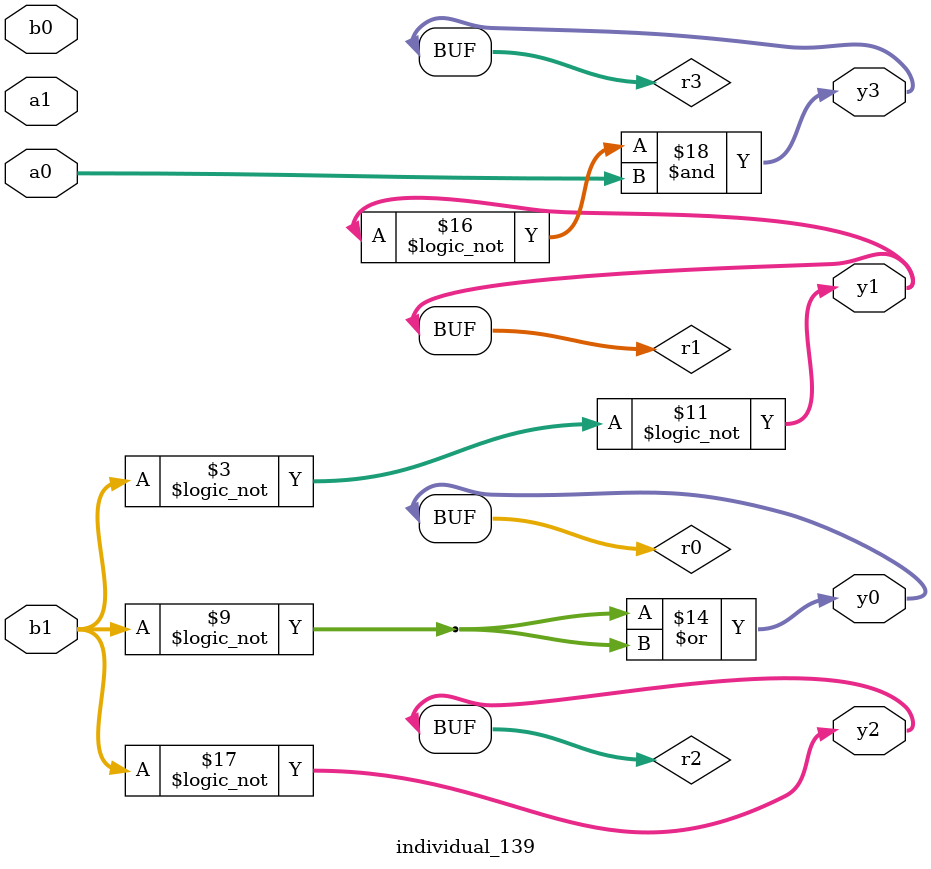
<source format=sv>
module individual_139(input logic [15:0] a1, input logic [15:0] a0, input logic [15:0] b1, input logic [15:0] b0, output logic [15:0] y3, output logic [15:0] y2, output logic [15:0] y1, output logic [15:0] y0);
logic [15:0] r0, r1, r2, r3; 
 always@(*) begin 
	 r0 = a0; r1 = a1; r2 = b0; r3 = b1; 
 	 r0  |=  a0 ;
 	 r1 = ! b1 ;
 	 r0 = ! r3 ;
 	 r3  ^=  b0 ;
 	 r0  &=  a1 ;
 	 r2  &=  a0 ;
 	 r0 = ! r0 ;
 	 r0 = ! b1 ;
 	 r3 = ! b1 ;
 	 r1 = ! r1 ;
 	 r2  |=  r2 ;
 	 r3  ^=  r2 ;
 	 r0  |=  r0 ;
 	 r3  &=  r0 ;
 	 r3 = ! r1 ;
 	 r2 = ! b1 ;
 	 r3  &=  a0 ;
 	 y3 = r3; y2 = r2; y1 = r1; y0 = r0; 
end
endmodule
</source>
